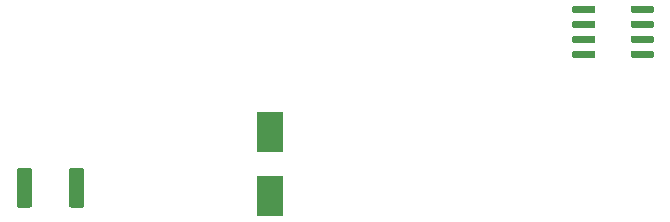
<source format=gtp>
%TF.GenerationSoftware,KiCad,Pcbnew,5.1.2*%
%TF.CreationDate,2019-06-26T00:58:13-07:00*%
%TF.ProjectId,tinyfpga-raspi-romi-board,74696e79-6670-4676-912d-72617370692d,rev?*%
%TF.SameCoordinates,Original*%
%TF.FileFunction,Paste,Top*%
%TF.FilePolarity,Positive*%
%FSLAX46Y46*%
G04 Gerber Fmt 4.6, Leading zero omitted, Abs format (unit mm)*
G04 Created by KiCad (PCBNEW 5.1.2) date 2019-06-26 00:58:13*
%MOMM*%
%LPD*%
G04 APERTURE LIST*
%ADD10R,2.300000X3.500000*%
%ADD11C,0.100000*%
%ADD12C,1.300000*%
%ADD13C,0.600000*%
G04 APERTURE END LIST*
D10*
X96520000Y-141290000D03*
X96520000Y-135890000D03*
D11*
G36*
X80627504Y-138890204D02*
G01*
X80651773Y-138893804D01*
X80675571Y-138899765D01*
X80698671Y-138908030D01*
X80720849Y-138918520D01*
X80741893Y-138931133D01*
X80761598Y-138945747D01*
X80779777Y-138962223D01*
X80796253Y-138980402D01*
X80810867Y-139000107D01*
X80823480Y-139021151D01*
X80833970Y-139043329D01*
X80842235Y-139066429D01*
X80848196Y-139090227D01*
X80851796Y-139114496D01*
X80853000Y-139139000D01*
X80853000Y-142039000D01*
X80851796Y-142063504D01*
X80848196Y-142087773D01*
X80842235Y-142111571D01*
X80833970Y-142134671D01*
X80823480Y-142156849D01*
X80810867Y-142177893D01*
X80796253Y-142197598D01*
X80779777Y-142215777D01*
X80761598Y-142232253D01*
X80741893Y-142246867D01*
X80720849Y-142259480D01*
X80698671Y-142269970D01*
X80675571Y-142278235D01*
X80651773Y-142284196D01*
X80627504Y-142287796D01*
X80603000Y-142289000D01*
X79803000Y-142289000D01*
X79778496Y-142287796D01*
X79754227Y-142284196D01*
X79730429Y-142278235D01*
X79707329Y-142269970D01*
X79685151Y-142259480D01*
X79664107Y-142246867D01*
X79644402Y-142232253D01*
X79626223Y-142215777D01*
X79609747Y-142197598D01*
X79595133Y-142177893D01*
X79582520Y-142156849D01*
X79572030Y-142134671D01*
X79563765Y-142111571D01*
X79557804Y-142087773D01*
X79554204Y-142063504D01*
X79553000Y-142039000D01*
X79553000Y-139139000D01*
X79554204Y-139114496D01*
X79557804Y-139090227D01*
X79563765Y-139066429D01*
X79572030Y-139043329D01*
X79582520Y-139021151D01*
X79595133Y-139000107D01*
X79609747Y-138980402D01*
X79626223Y-138962223D01*
X79644402Y-138945747D01*
X79664107Y-138931133D01*
X79685151Y-138918520D01*
X79707329Y-138908030D01*
X79730429Y-138899765D01*
X79754227Y-138893804D01*
X79778496Y-138890204D01*
X79803000Y-138889000D01*
X80603000Y-138889000D01*
X80627504Y-138890204D01*
X80627504Y-138890204D01*
G37*
D12*
X80203000Y-140589000D03*
D11*
G36*
X76177504Y-138890204D02*
G01*
X76201773Y-138893804D01*
X76225571Y-138899765D01*
X76248671Y-138908030D01*
X76270849Y-138918520D01*
X76291893Y-138931133D01*
X76311598Y-138945747D01*
X76329777Y-138962223D01*
X76346253Y-138980402D01*
X76360867Y-139000107D01*
X76373480Y-139021151D01*
X76383970Y-139043329D01*
X76392235Y-139066429D01*
X76398196Y-139090227D01*
X76401796Y-139114496D01*
X76403000Y-139139000D01*
X76403000Y-142039000D01*
X76401796Y-142063504D01*
X76398196Y-142087773D01*
X76392235Y-142111571D01*
X76383970Y-142134671D01*
X76373480Y-142156849D01*
X76360867Y-142177893D01*
X76346253Y-142197598D01*
X76329777Y-142215777D01*
X76311598Y-142232253D01*
X76291893Y-142246867D01*
X76270849Y-142259480D01*
X76248671Y-142269970D01*
X76225571Y-142278235D01*
X76201773Y-142284196D01*
X76177504Y-142287796D01*
X76153000Y-142289000D01*
X75353000Y-142289000D01*
X75328496Y-142287796D01*
X75304227Y-142284196D01*
X75280429Y-142278235D01*
X75257329Y-142269970D01*
X75235151Y-142259480D01*
X75214107Y-142246867D01*
X75194402Y-142232253D01*
X75176223Y-142215777D01*
X75159747Y-142197598D01*
X75145133Y-142177893D01*
X75132520Y-142156849D01*
X75122030Y-142134671D01*
X75113765Y-142111571D01*
X75107804Y-142087773D01*
X75104204Y-142063504D01*
X75103000Y-142039000D01*
X75103000Y-139139000D01*
X75104204Y-139114496D01*
X75107804Y-139090227D01*
X75113765Y-139066429D01*
X75122030Y-139043329D01*
X75132520Y-139021151D01*
X75145133Y-139000107D01*
X75159747Y-138980402D01*
X75176223Y-138962223D01*
X75194402Y-138945747D01*
X75214107Y-138931133D01*
X75235151Y-138918520D01*
X75257329Y-138908030D01*
X75280429Y-138899765D01*
X75304227Y-138893804D01*
X75328496Y-138890204D01*
X75353000Y-138889000D01*
X76153000Y-138889000D01*
X76177504Y-138890204D01*
X76177504Y-138890204D01*
G37*
D12*
X75753000Y-140589000D03*
D11*
G36*
X123967703Y-125176722D02*
G01*
X123982264Y-125178882D01*
X123996543Y-125182459D01*
X124010403Y-125187418D01*
X124023710Y-125193712D01*
X124036336Y-125201280D01*
X124048159Y-125210048D01*
X124059066Y-125219934D01*
X124068952Y-125230841D01*
X124077720Y-125242664D01*
X124085288Y-125255290D01*
X124091582Y-125268597D01*
X124096541Y-125282457D01*
X124100118Y-125296736D01*
X124102278Y-125311297D01*
X124103000Y-125326000D01*
X124103000Y-125626000D01*
X124102278Y-125640703D01*
X124100118Y-125655264D01*
X124096541Y-125669543D01*
X124091582Y-125683403D01*
X124085288Y-125696710D01*
X124077720Y-125709336D01*
X124068952Y-125721159D01*
X124059066Y-125732066D01*
X124048159Y-125741952D01*
X124036336Y-125750720D01*
X124023710Y-125758288D01*
X124010403Y-125764582D01*
X123996543Y-125769541D01*
X123982264Y-125773118D01*
X123967703Y-125775278D01*
X123953000Y-125776000D01*
X122303000Y-125776000D01*
X122288297Y-125775278D01*
X122273736Y-125773118D01*
X122259457Y-125769541D01*
X122245597Y-125764582D01*
X122232290Y-125758288D01*
X122219664Y-125750720D01*
X122207841Y-125741952D01*
X122196934Y-125732066D01*
X122187048Y-125721159D01*
X122178280Y-125709336D01*
X122170712Y-125696710D01*
X122164418Y-125683403D01*
X122159459Y-125669543D01*
X122155882Y-125655264D01*
X122153722Y-125640703D01*
X122153000Y-125626000D01*
X122153000Y-125326000D01*
X122153722Y-125311297D01*
X122155882Y-125296736D01*
X122159459Y-125282457D01*
X122164418Y-125268597D01*
X122170712Y-125255290D01*
X122178280Y-125242664D01*
X122187048Y-125230841D01*
X122196934Y-125219934D01*
X122207841Y-125210048D01*
X122219664Y-125201280D01*
X122232290Y-125193712D01*
X122245597Y-125187418D01*
X122259457Y-125182459D01*
X122273736Y-125178882D01*
X122288297Y-125176722D01*
X122303000Y-125176000D01*
X123953000Y-125176000D01*
X123967703Y-125176722D01*
X123967703Y-125176722D01*
G37*
D13*
X123128000Y-125476000D03*
D11*
G36*
X123967703Y-126446722D02*
G01*
X123982264Y-126448882D01*
X123996543Y-126452459D01*
X124010403Y-126457418D01*
X124023710Y-126463712D01*
X124036336Y-126471280D01*
X124048159Y-126480048D01*
X124059066Y-126489934D01*
X124068952Y-126500841D01*
X124077720Y-126512664D01*
X124085288Y-126525290D01*
X124091582Y-126538597D01*
X124096541Y-126552457D01*
X124100118Y-126566736D01*
X124102278Y-126581297D01*
X124103000Y-126596000D01*
X124103000Y-126896000D01*
X124102278Y-126910703D01*
X124100118Y-126925264D01*
X124096541Y-126939543D01*
X124091582Y-126953403D01*
X124085288Y-126966710D01*
X124077720Y-126979336D01*
X124068952Y-126991159D01*
X124059066Y-127002066D01*
X124048159Y-127011952D01*
X124036336Y-127020720D01*
X124023710Y-127028288D01*
X124010403Y-127034582D01*
X123996543Y-127039541D01*
X123982264Y-127043118D01*
X123967703Y-127045278D01*
X123953000Y-127046000D01*
X122303000Y-127046000D01*
X122288297Y-127045278D01*
X122273736Y-127043118D01*
X122259457Y-127039541D01*
X122245597Y-127034582D01*
X122232290Y-127028288D01*
X122219664Y-127020720D01*
X122207841Y-127011952D01*
X122196934Y-127002066D01*
X122187048Y-126991159D01*
X122178280Y-126979336D01*
X122170712Y-126966710D01*
X122164418Y-126953403D01*
X122159459Y-126939543D01*
X122155882Y-126925264D01*
X122153722Y-126910703D01*
X122153000Y-126896000D01*
X122153000Y-126596000D01*
X122153722Y-126581297D01*
X122155882Y-126566736D01*
X122159459Y-126552457D01*
X122164418Y-126538597D01*
X122170712Y-126525290D01*
X122178280Y-126512664D01*
X122187048Y-126500841D01*
X122196934Y-126489934D01*
X122207841Y-126480048D01*
X122219664Y-126471280D01*
X122232290Y-126463712D01*
X122245597Y-126457418D01*
X122259457Y-126452459D01*
X122273736Y-126448882D01*
X122288297Y-126446722D01*
X122303000Y-126446000D01*
X123953000Y-126446000D01*
X123967703Y-126446722D01*
X123967703Y-126446722D01*
G37*
D13*
X123128000Y-126746000D03*
D11*
G36*
X123967703Y-127716722D02*
G01*
X123982264Y-127718882D01*
X123996543Y-127722459D01*
X124010403Y-127727418D01*
X124023710Y-127733712D01*
X124036336Y-127741280D01*
X124048159Y-127750048D01*
X124059066Y-127759934D01*
X124068952Y-127770841D01*
X124077720Y-127782664D01*
X124085288Y-127795290D01*
X124091582Y-127808597D01*
X124096541Y-127822457D01*
X124100118Y-127836736D01*
X124102278Y-127851297D01*
X124103000Y-127866000D01*
X124103000Y-128166000D01*
X124102278Y-128180703D01*
X124100118Y-128195264D01*
X124096541Y-128209543D01*
X124091582Y-128223403D01*
X124085288Y-128236710D01*
X124077720Y-128249336D01*
X124068952Y-128261159D01*
X124059066Y-128272066D01*
X124048159Y-128281952D01*
X124036336Y-128290720D01*
X124023710Y-128298288D01*
X124010403Y-128304582D01*
X123996543Y-128309541D01*
X123982264Y-128313118D01*
X123967703Y-128315278D01*
X123953000Y-128316000D01*
X122303000Y-128316000D01*
X122288297Y-128315278D01*
X122273736Y-128313118D01*
X122259457Y-128309541D01*
X122245597Y-128304582D01*
X122232290Y-128298288D01*
X122219664Y-128290720D01*
X122207841Y-128281952D01*
X122196934Y-128272066D01*
X122187048Y-128261159D01*
X122178280Y-128249336D01*
X122170712Y-128236710D01*
X122164418Y-128223403D01*
X122159459Y-128209543D01*
X122155882Y-128195264D01*
X122153722Y-128180703D01*
X122153000Y-128166000D01*
X122153000Y-127866000D01*
X122153722Y-127851297D01*
X122155882Y-127836736D01*
X122159459Y-127822457D01*
X122164418Y-127808597D01*
X122170712Y-127795290D01*
X122178280Y-127782664D01*
X122187048Y-127770841D01*
X122196934Y-127759934D01*
X122207841Y-127750048D01*
X122219664Y-127741280D01*
X122232290Y-127733712D01*
X122245597Y-127727418D01*
X122259457Y-127722459D01*
X122273736Y-127718882D01*
X122288297Y-127716722D01*
X122303000Y-127716000D01*
X123953000Y-127716000D01*
X123967703Y-127716722D01*
X123967703Y-127716722D01*
G37*
D13*
X123128000Y-128016000D03*
D11*
G36*
X123967703Y-128986722D02*
G01*
X123982264Y-128988882D01*
X123996543Y-128992459D01*
X124010403Y-128997418D01*
X124023710Y-129003712D01*
X124036336Y-129011280D01*
X124048159Y-129020048D01*
X124059066Y-129029934D01*
X124068952Y-129040841D01*
X124077720Y-129052664D01*
X124085288Y-129065290D01*
X124091582Y-129078597D01*
X124096541Y-129092457D01*
X124100118Y-129106736D01*
X124102278Y-129121297D01*
X124103000Y-129136000D01*
X124103000Y-129436000D01*
X124102278Y-129450703D01*
X124100118Y-129465264D01*
X124096541Y-129479543D01*
X124091582Y-129493403D01*
X124085288Y-129506710D01*
X124077720Y-129519336D01*
X124068952Y-129531159D01*
X124059066Y-129542066D01*
X124048159Y-129551952D01*
X124036336Y-129560720D01*
X124023710Y-129568288D01*
X124010403Y-129574582D01*
X123996543Y-129579541D01*
X123982264Y-129583118D01*
X123967703Y-129585278D01*
X123953000Y-129586000D01*
X122303000Y-129586000D01*
X122288297Y-129585278D01*
X122273736Y-129583118D01*
X122259457Y-129579541D01*
X122245597Y-129574582D01*
X122232290Y-129568288D01*
X122219664Y-129560720D01*
X122207841Y-129551952D01*
X122196934Y-129542066D01*
X122187048Y-129531159D01*
X122178280Y-129519336D01*
X122170712Y-129506710D01*
X122164418Y-129493403D01*
X122159459Y-129479543D01*
X122155882Y-129465264D01*
X122153722Y-129450703D01*
X122153000Y-129436000D01*
X122153000Y-129136000D01*
X122153722Y-129121297D01*
X122155882Y-129106736D01*
X122159459Y-129092457D01*
X122164418Y-129078597D01*
X122170712Y-129065290D01*
X122178280Y-129052664D01*
X122187048Y-129040841D01*
X122196934Y-129029934D01*
X122207841Y-129020048D01*
X122219664Y-129011280D01*
X122232290Y-129003712D01*
X122245597Y-128997418D01*
X122259457Y-128992459D01*
X122273736Y-128988882D01*
X122288297Y-128986722D01*
X122303000Y-128986000D01*
X123953000Y-128986000D01*
X123967703Y-128986722D01*
X123967703Y-128986722D01*
G37*
D13*
X123128000Y-129286000D03*
D11*
G36*
X128917703Y-128986722D02*
G01*
X128932264Y-128988882D01*
X128946543Y-128992459D01*
X128960403Y-128997418D01*
X128973710Y-129003712D01*
X128986336Y-129011280D01*
X128998159Y-129020048D01*
X129009066Y-129029934D01*
X129018952Y-129040841D01*
X129027720Y-129052664D01*
X129035288Y-129065290D01*
X129041582Y-129078597D01*
X129046541Y-129092457D01*
X129050118Y-129106736D01*
X129052278Y-129121297D01*
X129053000Y-129136000D01*
X129053000Y-129436000D01*
X129052278Y-129450703D01*
X129050118Y-129465264D01*
X129046541Y-129479543D01*
X129041582Y-129493403D01*
X129035288Y-129506710D01*
X129027720Y-129519336D01*
X129018952Y-129531159D01*
X129009066Y-129542066D01*
X128998159Y-129551952D01*
X128986336Y-129560720D01*
X128973710Y-129568288D01*
X128960403Y-129574582D01*
X128946543Y-129579541D01*
X128932264Y-129583118D01*
X128917703Y-129585278D01*
X128903000Y-129586000D01*
X127253000Y-129586000D01*
X127238297Y-129585278D01*
X127223736Y-129583118D01*
X127209457Y-129579541D01*
X127195597Y-129574582D01*
X127182290Y-129568288D01*
X127169664Y-129560720D01*
X127157841Y-129551952D01*
X127146934Y-129542066D01*
X127137048Y-129531159D01*
X127128280Y-129519336D01*
X127120712Y-129506710D01*
X127114418Y-129493403D01*
X127109459Y-129479543D01*
X127105882Y-129465264D01*
X127103722Y-129450703D01*
X127103000Y-129436000D01*
X127103000Y-129136000D01*
X127103722Y-129121297D01*
X127105882Y-129106736D01*
X127109459Y-129092457D01*
X127114418Y-129078597D01*
X127120712Y-129065290D01*
X127128280Y-129052664D01*
X127137048Y-129040841D01*
X127146934Y-129029934D01*
X127157841Y-129020048D01*
X127169664Y-129011280D01*
X127182290Y-129003712D01*
X127195597Y-128997418D01*
X127209457Y-128992459D01*
X127223736Y-128988882D01*
X127238297Y-128986722D01*
X127253000Y-128986000D01*
X128903000Y-128986000D01*
X128917703Y-128986722D01*
X128917703Y-128986722D01*
G37*
D13*
X128078000Y-129286000D03*
D11*
G36*
X128917703Y-127716722D02*
G01*
X128932264Y-127718882D01*
X128946543Y-127722459D01*
X128960403Y-127727418D01*
X128973710Y-127733712D01*
X128986336Y-127741280D01*
X128998159Y-127750048D01*
X129009066Y-127759934D01*
X129018952Y-127770841D01*
X129027720Y-127782664D01*
X129035288Y-127795290D01*
X129041582Y-127808597D01*
X129046541Y-127822457D01*
X129050118Y-127836736D01*
X129052278Y-127851297D01*
X129053000Y-127866000D01*
X129053000Y-128166000D01*
X129052278Y-128180703D01*
X129050118Y-128195264D01*
X129046541Y-128209543D01*
X129041582Y-128223403D01*
X129035288Y-128236710D01*
X129027720Y-128249336D01*
X129018952Y-128261159D01*
X129009066Y-128272066D01*
X128998159Y-128281952D01*
X128986336Y-128290720D01*
X128973710Y-128298288D01*
X128960403Y-128304582D01*
X128946543Y-128309541D01*
X128932264Y-128313118D01*
X128917703Y-128315278D01*
X128903000Y-128316000D01*
X127253000Y-128316000D01*
X127238297Y-128315278D01*
X127223736Y-128313118D01*
X127209457Y-128309541D01*
X127195597Y-128304582D01*
X127182290Y-128298288D01*
X127169664Y-128290720D01*
X127157841Y-128281952D01*
X127146934Y-128272066D01*
X127137048Y-128261159D01*
X127128280Y-128249336D01*
X127120712Y-128236710D01*
X127114418Y-128223403D01*
X127109459Y-128209543D01*
X127105882Y-128195264D01*
X127103722Y-128180703D01*
X127103000Y-128166000D01*
X127103000Y-127866000D01*
X127103722Y-127851297D01*
X127105882Y-127836736D01*
X127109459Y-127822457D01*
X127114418Y-127808597D01*
X127120712Y-127795290D01*
X127128280Y-127782664D01*
X127137048Y-127770841D01*
X127146934Y-127759934D01*
X127157841Y-127750048D01*
X127169664Y-127741280D01*
X127182290Y-127733712D01*
X127195597Y-127727418D01*
X127209457Y-127722459D01*
X127223736Y-127718882D01*
X127238297Y-127716722D01*
X127253000Y-127716000D01*
X128903000Y-127716000D01*
X128917703Y-127716722D01*
X128917703Y-127716722D01*
G37*
D13*
X128078000Y-128016000D03*
D11*
G36*
X128917703Y-126446722D02*
G01*
X128932264Y-126448882D01*
X128946543Y-126452459D01*
X128960403Y-126457418D01*
X128973710Y-126463712D01*
X128986336Y-126471280D01*
X128998159Y-126480048D01*
X129009066Y-126489934D01*
X129018952Y-126500841D01*
X129027720Y-126512664D01*
X129035288Y-126525290D01*
X129041582Y-126538597D01*
X129046541Y-126552457D01*
X129050118Y-126566736D01*
X129052278Y-126581297D01*
X129053000Y-126596000D01*
X129053000Y-126896000D01*
X129052278Y-126910703D01*
X129050118Y-126925264D01*
X129046541Y-126939543D01*
X129041582Y-126953403D01*
X129035288Y-126966710D01*
X129027720Y-126979336D01*
X129018952Y-126991159D01*
X129009066Y-127002066D01*
X128998159Y-127011952D01*
X128986336Y-127020720D01*
X128973710Y-127028288D01*
X128960403Y-127034582D01*
X128946543Y-127039541D01*
X128932264Y-127043118D01*
X128917703Y-127045278D01*
X128903000Y-127046000D01*
X127253000Y-127046000D01*
X127238297Y-127045278D01*
X127223736Y-127043118D01*
X127209457Y-127039541D01*
X127195597Y-127034582D01*
X127182290Y-127028288D01*
X127169664Y-127020720D01*
X127157841Y-127011952D01*
X127146934Y-127002066D01*
X127137048Y-126991159D01*
X127128280Y-126979336D01*
X127120712Y-126966710D01*
X127114418Y-126953403D01*
X127109459Y-126939543D01*
X127105882Y-126925264D01*
X127103722Y-126910703D01*
X127103000Y-126896000D01*
X127103000Y-126596000D01*
X127103722Y-126581297D01*
X127105882Y-126566736D01*
X127109459Y-126552457D01*
X127114418Y-126538597D01*
X127120712Y-126525290D01*
X127128280Y-126512664D01*
X127137048Y-126500841D01*
X127146934Y-126489934D01*
X127157841Y-126480048D01*
X127169664Y-126471280D01*
X127182290Y-126463712D01*
X127195597Y-126457418D01*
X127209457Y-126452459D01*
X127223736Y-126448882D01*
X127238297Y-126446722D01*
X127253000Y-126446000D01*
X128903000Y-126446000D01*
X128917703Y-126446722D01*
X128917703Y-126446722D01*
G37*
D13*
X128078000Y-126746000D03*
D11*
G36*
X128917703Y-125176722D02*
G01*
X128932264Y-125178882D01*
X128946543Y-125182459D01*
X128960403Y-125187418D01*
X128973710Y-125193712D01*
X128986336Y-125201280D01*
X128998159Y-125210048D01*
X129009066Y-125219934D01*
X129018952Y-125230841D01*
X129027720Y-125242664D01*
X129035288Y-125255290D01*
X129041582Y-125268597D01*
X129046541Y-125282457D01*
X129050118Y-125296736D01*
X129052278Y-125311297D01*
X129053000Y-125326000D01*
X129053000Y-125626000D01*
X129052278Y-125640703D01*
X129050118Y-125655264D01*
X129046541Y-125669543D01*
X129041582Y-125683403D01*
X129035288Y-125696710D01*
X129027720Y-125709336D01*
X129018952Y-125721159D01*
X129009066Y-125732066D01*
X128998159Y-125741952D01*
X128986336Y-125750720D01*
X128973710Y-125758288D01*
X128960403Y-125764582D01*
X128946543Y-125769541D01*
X128932264Y-125773118D01*
X128917703Y-125775278D01*
X128903000Y-125776000D01*
X127253000Y-125776000D01*
X127238297Y-125775278D01*
X127223736Y-125773118D01*
X127209457Y-125769541D01*
X127195597Y-125764582D01*
X127182290Y-125758288D01*
X127169664Y-125750720D01*
X127157841Y-125741952D01*
X127146934Y-125732066D01*
X127137048Y-125721159D01*
X127128280Y-125709336D01*
X127120712Y-125696710D01*
X127114418Y-125683403D01*
X127109459Y-125669543D01*
X127105882Y-125655264D01*
X127103722Y-125640703D01*
X127103000Y-125626000D01*
X127103000Y-125326000D01*
X127103722Y-125311297D01*
X127105882Y-125296736D01*
X127109459Y-125282457D01*
X127114418Y-125268597D01*
X127120712Y-125255290D01*
X127128280Y-125242664D01*
X127137048Y-125230841D01*
X127146934Y-125219934D01*
X127157841Y-125210048D01*
X127169664Y-125201280D01*
X127182290Y-125193712D01*
X127195597Y-125187418D01*
X127209457Y-125182459D01*
X127223736Y-125178882D01*
X127238297Y-125176722D01*
X127253000Y-125176000D01*
X128903000Y-125176000D01*
X128917703Y-125176722D01*
X128917703Y-125176722D01*
G37*
D13*
X128078000Y-125476000D03*
M02*

</source>
